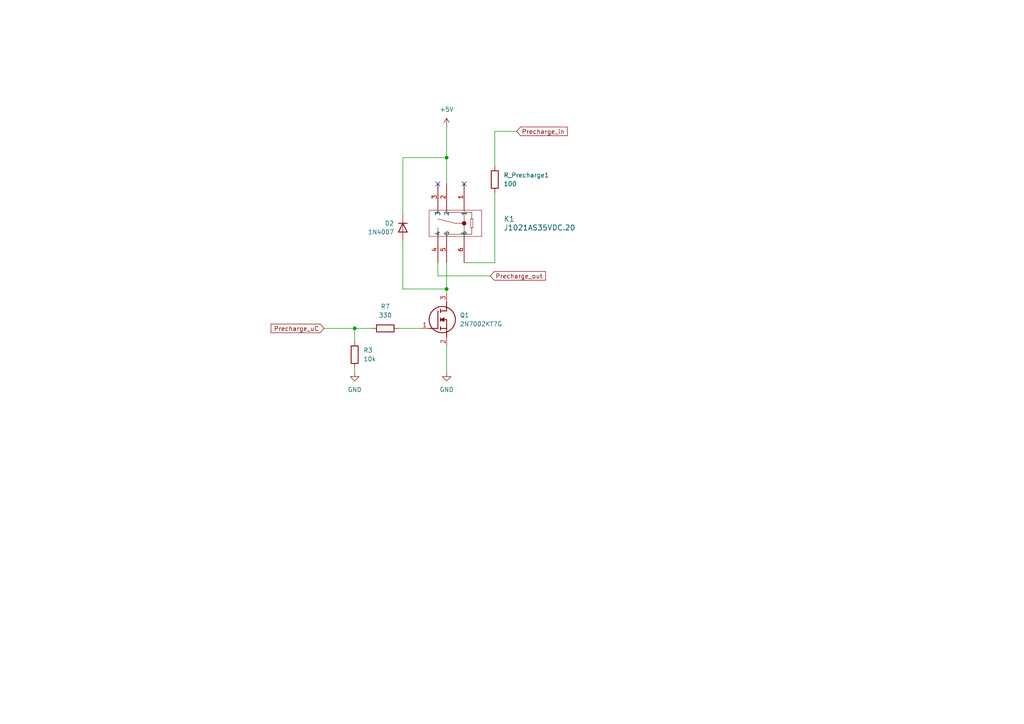
<source format=kicad_sch>
(kicad_sch
	(version 20250114)
	(generator "eeschema")
	(generator_version "9.0")
	(uuid "b4a41fa9-69a9-4324-ad27-92c057598c93")
	(paper "A4")
	(lib_symbols
		(symbol "2N7002KT7G:2N7002KT7G"
			(pin_names
				(hide yes)
			)
			(exclude_from_sim no)
			(in_bom yes)
			(on_board yes)
			(property "Reference" "Q"
				(at 11.43 3.81 0)
				(effects
					(font
						(size 1.27 1.27)
					)
					(justify left top)
				)
			)
			(property "Value" "2N7002KT7G"
				(at 11.43 1.27 0)
				(effects
					(font
						(size 1.27 1.27)
					)
					(justify left top)
				)
			)
			(property "Footprint" "SOT96P237X111-3N"
				(at 11.43 -98.73 0)
				(effects
					(font
						(size 1.27 1.27)
					)
					(justify left top)
					(hide yes)
				)
			)
			(property "Datasheet" "https://www.onsemi.com/pub/Collateral/2N7002K-D.PDF"
				(at 11.43 -198.73 0)
				(effects
					(font
						(size 1.27 1.27)
					)
					(justify left top)
					(hide yes)
				)
			)
			(property "Description" "ESD Protected; Low RDS(on); Surface Mount Package; This is a Pb-Free Device; RoHS Compliant"
				(at 0 0 0)
				(effects
					(font
						(size 1.27 1.27)
					)
					(hide yes)
				)
			)
			(property "Height" "1.11"
				(at 11.43 -398.73 0)
				(effects
					(font
						(size 1.27 1.27)
					)
					(justify left top)
					(hide yes)
				)
			)
			(property "Mouser Part Number" "863-2N7002KT7G"
				(at 11.43 -498.73 0)
				(effects
					(font
						(size 1.27 1.27)
					)
					(justify left top)
					(hide yes)
				)
			)
			(property "Mouser Price/Stock" "https://www.mouser.co.uk/ProductDetail/onsemi/2N7002KT7G?qs=l7cgNqFNU1gweht7gPvu6A%3D%3D"
				(at 11.43 -598.73 0)
				(effects
					(font
						(size 1.27 1.27)
					)
					(justify left top)
					(hide yes)
				)
			)
			(property "Manufacturer_Name" "onsemi"
				(at 11.43 -698.73 0)
				(effects
					(font
						(size 1.27 1.27)
					)
					(justify left top)
					(hide yes)
				)
			)
			(property "Manufacturer_Part_Number" "2N7002KT7G"
				(at 11.43 -798.73 0)
				(effects
					(font
						(size 1.27 1.27)
					)
					(justify left top)
					(hide yes)
				)
			)
			(symbol "2N7002KT7G_1_1"
				(polyline
					(pts
						(xy 2.54 0) (xy 5.08 0)
					)
					(stroke
						(width 0.254)
						(type default)
					)
					(fill
						(type none)
					)
				)
				(polyline
					(pts
						(xy 5.08 5.08) (xy 5.08 0)
					)
					(stroke
						(width 0.254)
						(type default)
					)
					(fill
						(type none)
					)
				)
				(polyline
					(pts
						(xy 5.842 5.588) (xy 5.842 4.572)
					)
					(stroke
						(width 0.254)
						(type default)
					)
					(fill
						(type none)
					)
				)
				(polyline
					(pts
						(xy 5.842 2.54) (xy 6.858 3.048) (xy 6.858 2.032) (xy 5.842 2.54)
					)
					(stroke
						(width 0.254)
						(type default)
					)
					(fill
						(type outline)
					)
				)
				(polyline
					(pts
						(xy 5.842 2.032) (xy 5.842 3.048)
					)
					(stroke
						(width 0.254)
						(type default)
					)
					(fill
						(type none)
					)
				)
				(polyline
					(pts
						(xy 5.842 0) (xy 7.62 0)
					)
					(stroke
						(width 0.254)
						(type default)
					)
					(fill
						(type none)
					)
				)
				(polyline
					(pts
						(xy 5.842 -0.508) (xy 5.842 0.508)
					)
					(stroke
						(width 0.254)
						(type default)
					)
					(fill
						(type none)
					)
				)
				(circle
					(center 6.35 2.54)
					(radius 3.81)
					(stroke
						(width 0.254)
						(type default)
					)
					(fill
						(type none)
					)
				)
				(polyline
					(pts
						(xy 7.62 5.08) (xy 5.842 5.08)
					)
					(stroke
						(width 0.254)
						(type default)
					)
					(fill
						(type none)
					)
				)
				(polyline
					(pts
						(xy 7.62 5.08) (xy 7.62 7.62)
					)
					(stroke
						(width 0.254)
						(type default)
					)
					(fill
						(type none)
					)
				)
				(polyline
					(pts
						(xy 7.62 2.54) (xy 5.842 2.54)
					)
					(stroke
						(width 0.254)
						(type default)
					)
					(fill
						(type none)
					)
				)
				(polyline
					(pts
						(xy 7.62 2.54) (xy 7.62 -2.54)
					)
					(stroke
						(width 0.254)
						(type default)
					)
					(fill
						(type none)
					)
				)
				(pin passive line
					(at 0 0 0)
					(length 2.54)
					(name "G"
						(effects
							(font
								(size 1.27 1.27)
							)
						)
					)
					(number "1"
						(effects
							(font
								(size 1.27 1.27)
							)
						)
					)
				)
				(pin passive line
					(at 7.62 10.16 270)
					(length 2.54)
					(name "D"
						(effects
							(font
								(size 1.27 1.27)
							)
						)
					)
					(number "3"
						(effects
							(font
								(size 1.27 1.27)
							)
						)
					)
				)
				(pin passive line
					(at 7.62 -5.08 90)
					(length 2.54)
					(name "S"
						(effects
							(font
								(size 1.27 1.27)
							)
						)
					)
					(number "2"
						(effects
							(font
								(size 1.27 1.27)
							)
						)
					)
				)
			)
			(embedded_fonts no)
		)
		(symbol "Device:R"
			(pin_numbers
				(hide yes)
			)
			(pin_names
				(offset 0)
			)
			(exclude_from_sim no)
			(in_bom yes)
			(on_board yes)
			(property "Reference" "R"
				(at 2.032 0 90)
				(effects
					(font
						(size 1.27 1.27)
					)
				)
			)
			(property "Value" "R"
				(at 0 0 90)
				(effects
					(font
						(size 1.27 1.27)
					)
				)
			)
			(property "Footprint" ""
				(at -1.778 0 90)
				(effects
					(font
						(size 1.27 1.27)
					)
					(hide yes)
				)
			)
			(property "Datasheet" "~"
				(at 0 0 0)
				(effects
					(font
						(size 1.27 1.27)
					)
					(hide yes)
				)
			)
			(property "Description" "Resistor"
				(at 0 0 0)
				(effects
					(font
						(size 1.27 1.27)
					)
					(hide yes)
				)
			)
			(property "ki_keywords" "R res resistor"
				(at 0 0 0)
				(effects
					(font
						(size 1.27 1.27)
					)
					(hide yes)
				)
			)
			(property "ki_fp_filters" "R_*"
				(at 0 0 0)
				(effects
					(font
						(size 1.27 1.27)
					)
					(hide yes)
				)
			)
			(symbol "R_0_1"
				(rectangle
					(start -1.016 -2.54)
					(end 1.016 2.54)
					(stroke
						(width 0.254)
						(type default)
					)
					(fill
						(type none)
					)
				)
			)
			(symbol "R_1_1"
				(pin passive line
					(at 0 3.81 270)
					(length 1.27)
					(name "~"
						(effects
							(font
								(size 1.27 1.27)
							)
						)
					)
					(number "1"
						(effects
							(font
								(size 1.27 1.27)
							)
						)
					)
				)
				(pin passive line
					(at 0 -3.81 90)
					(length 1.27)
					(name "~"
						(effects
							(font
								(size 1.27 1.27)
							)
						)
					)
					(number "2"
						(effects
							(font
								(size 1.27 1.27)
							)
						)
					)
				)
			)
			(embedded_fonts no)
		)
		(symbol "Diode:1N4007"
			(pin_numbers
				(hide yes)
			)
			(pin_names
				(hide yes)
			)
			(exclude_from_sim no)
			(in_bom yes)
			(on_board yes)
			(property "Reference" "D"
				(at 0 2.54 0)
				(effects
					(font
						(size 1.27 1.27)
					)
				)
			)
			(property "Value" "1N4007"
				(at 0 -2.54 0)
				(effects
					(font
						(size 1.27 1.27)
					)
				)
			)
			(property "Footprint" "Diode_THT:D_DO-41_SOD81_P10.16mm_Horizontal"
				(at 0 -4.445 0)
				(effects
					(font
						(size 1.27 1.27)
					)
					(hide yes)
				)
			)
			(property "Datasheet" "http://www.vishay.com/docs/88503/1n4001.pdf"
				(at 0 0 0)
				(effects
					(font
						(size 1.27 1.27)
					)
					(hide yes)
				)
			)
			(property "Description" "1000V 1A General Purpose Rectifier Diode, DO-41"
				(at 0 0 0)
				(effects
					(font
						(size 1.27 1.27)
					)
					(hide yes)
				)
			)
			(property "Sim.Device" "D"
				(at 0 0 0)
				(effects
					(font
						(size 1.27 1.27)
					)
					(hide yes)
				)
			)
			(property "Sim.Pins" "1=K 2=A"
				(at 0 0 0)
				(effects
					(font
						(size 1.27 1.27)
					)
					(hide yes)
				)
			)
			(property "ki_keywords" "diode"
				(at 0 0 0)
				(effects
					(font
						(size 1.27 1.27)
					)
					(hide yes)
				)
			)
			(property "ki_fp_filters" "D*DO?41*"
				(at 0 0 0)
				(effects
					(font
						(size 1.27 1.27)
					)
					(hide yes)
				)
			)
			(symbol "1N4007_0_1"
				(polyline
					(pts
						(xy -1.27 1.27) (xy -1.27 -1.27)
					)
					(stroke
						(width 0.254)
						(type default)
					)
					(fill
						(type none)
					)
				)
				(polyline
					(pts
						(xy 1.27 1.27) (xy 1.27 -1.27) (xy -1.27 0) (xy 1.27 1.27)
					)
					(stroke
						(width 0.254)
						(type default)
					)
					(fill
						(type none)
					)
				)
				(polyline
					(pts
						(xy 1.27 0) (xy -1.27 0)
					)
					(stroke
						(width 0)
						(type default)
					)
					(fill
						(type none)
					)
				)
			)
			(symbol "1N4007_1_1"
				(pin passive line
					(at -3.81 0 0)
					(length 2.54)
					(name "K"
						(effects
							(font
								(size 1.27 1.27)
							)
						)
					)
					(number "1"
						(effects
							(font
								(size 1.27 1.27)
							)
						)
					)
				)
				(pin passive line
					(at 3.81 0 180)
					(length 2.54)
					(name "A"
						(effects
							(font
								(size 1.27 1.27)
							)
						)
					)
					(number "2"
						(effects
							(font
								(size 1.27 1.27)
							)
						)
					)
				)
			)
			(embedded_fonts no)
		)
		(symbol "J1021AS35VDC.20:J1021AS35VDC.20"
			(pin_names
				(offset 0.254)
			)
			(exclude_from_sim no)
			(in_bom yes)
			(on_board yes)
			(property "Reference" "K1"
				(at 10.1599 6.35 90)
				(effects
					(font
						(size 1.524 1.524)
					)
					(justify left)
				)
			)
			(property "Value" "J1021AS35VDC.20"
				(at 12.6999 6.35 90)
				(effects
					(font
						(size 1.524 1.524)
					)
					(justify left)
				)
			)
			(property "Footprint" "J1021AS35VDC.20:J1021AS_CRS"
				(at 0 0 0)
				(effects
					(font
						(size 1.27 1.27)
						(italic yes)
					)
					(hide yes)
				)
			)
			(property "Datasheet" "J1021AS35VDC.20"
				(at 0 0 0)
				(effects
					(font
						(size 1.27 1.27)
						(italic yes)
					)
					(hide yes)
				)
			)
			(property "Description" ""
				(at 0 0 0)
				(effects
					(font
						(size 1.27 1.27)
					)
					(hide yes)
				)
			)
			(property "ki_locked" ""
				(at 0 0 0)
				(effects
					(font
						(size 1.27 1.27)
					)
				)
			)
			(property "ki_keywords" "J1021AS35VDC.20"
				(at 0 0 0)
				(effects
					(font
						(size 1.27 1.27)
					)
					(hide yes)
				)
			)
			(property "ki_fp_filters" "J1021AS_CRS"
				(at 0 0 0)
				(effects
					(font
						(size 1.27 1.27)
					)
					(hide yes)
				)
			)
			(symbol "J1021AS35VDC.20_0_1"
				(polyline
					(pts
						(xy 7.62 5.08) (xy 7.62 -10.16)
					)
					(stroke
						(width 0.127)
						(type default)
					)
					(fill
						(type none)
					)
				)
				(polyline
					(pts
						(xy 7.62 0) (xy 15.24 0)
					)
					(stroke
						(width 0.127)
						(type default)
					)
					(fill
						(type none)
					)
				)
				(polyline
					(pts
						(xy 7.62 -5.08) (xy 7.9375 -5.08)
					)
					(stroke
						(width 0.127)
						(type default)
					)
					(fill
						(type none)
					)
				)
				(polyline
					(pts
						(xy 7.62 -7.62) (xy 7.9375 -7.62)
					)
					(stroke
						(width 0.127)
						(type default)
					)
					(fill
						(type none)
					)
				)
				(polyline
					(pts
						(xy 7.62 -10.16) (xy 15.24 -10.16)
					)
					(stroke
						(width 0.127)
						(type default)
					)
					(fill
						(type none)
					)
				)
				(arc
					(start 8.255 0.3048)
					(mid 8.5584 0)
					(end 8.255 -0.3048)
					(stroke
						(width 0.127)
						(type default)
					)
					(fill
						(type none)
					)
				)
				(polyline
					(pts
						(xy 8.255 2.2225) (xy 8.255 0.3175)
					)
					(stroke
						(width 0.127)
						(type default)
					)
					(fill
						(type none)
					)
				)
				(polyline
					(pts
						(xy 8.255 2.2225) (xy 10.16 2.2225)
					)
					(stroke
						(width 0.127)
						(type default)
					)
					(fill
						(type none)
					)
				)
				(polyline
					(pts
						(xy 8.255 -0.3175) (xy 8.255 -4.7752)
					)
					(stroke
						(width 0.127)
						(type default)
					)
					(fill
						(type none)
					)
				)
				(circle
					(center 8.255 -5.08)
					(radius 0.3048)
					(stroke
						(width 0.127)
						(type default)
					)
					(fill
						(type none)
					)
				)
				(circle
					(center 8.255 -7.62)
					(radius 0.3048)
					(stroke
						(width 0.127)
						(type default)
					)
					(fill
						(type none)
					)
				)
				(polyline
					(pts
						(xy 10.16 2.54) (xy 10.16 1.905)
					)
					(stroke
						(width 0.127)
						(type default)
					)
					(fill
						(type none)
					)
				)
				(polyline
					(pts
						(xy 10.16 2.54) (xy 12.7 2.54)
					)
					(stroke
						(width 0.127)
						(type default)
					)
					(fill
						(type none)
					)
				)
				(polyline
					(pts
						(xy 11.43 0) (xy 11.43 -2.54)
					)
					(stroke
						(width 0.127)
						(type default)
					)
					(fill
						(type none)
					)
				)
				(circle
					(center 11.43 0)
					(radius 0.127)
					(stroke
						(width 0.508)
						(type default)
					)
					(fill
						(type none)
					)
				)
				(polyline
					(pts
						(xy 11.43 -2.54) (xy 10.16 -7.62)
					)
					(stroke
						(width 0.127)
						(type default)
					)
					(fill
						(type none)
					)
				)
				(polyline
					(pts
						(xy 12.7 2.54) (xy 12.7 1.905)
					)
					(stroke
						(width 0.127)
						(type default)
					)
					(fill
						(type none)
					)
				)
				(polyline
					(pts
						(xy 12.7 2.2225) (xy 14.605 2.2225)
					)
					(stroke
						(width 0.127)
						(type default)
					)
					(fill
						(type none)
					)
				)
				(polyline
					(pts
						(xy 12.7 1.905) (xy 10.16 1.905)
					)
					(stroke
						(width 0.127)
						(type default)
					)
					(fill
						(type none)
					)
				)
				(polyline
					(pts
						(xy 14.2875 -7.62) (xy 12.7 -7.62)
					)
					(stroke
						(width 0.127)
						(type default)
					)
					(fill
						(type none)
					)
				)
				(polyline
					(pts
						(xy 14.605 2.2225) (xy 14.605 0.3175)
					)
					(stroke
						(width 0.127)
						(type default)
					)
					(fill
						(type none)
					)
				)
				(polyline
					(pts
						(xy 14.605 -0.3175) (xy 14.605 -4.7752)
					)
					(stroke
						(width 0.127)
						(type default)
					)
					(fill
						(type none)
					)
				)
				(circle
					(center 14.605 -5.08)
					(radius 0.3048)
					(stroke
						(width 0.127)
						(type default)
					)
					(fill
						(type none)
					)
				)
				(circle
					(center 14.605 -7.62)
					(radius 0.3048)
					(stroke
						(width 0.127)
						(type default)
					)
					(fill
						(type none)
					)
				)
				(arc
					(start 14.605 -0.3048)
					(mid 14.3015 0)
					(end 14.605 0.3048)
					(stroke
						(width 0.127)
						(type default)
					)
					(fill
						(type none)
					)
				)
				(polyline
					(pts
						(xy 14.9225 -7.62) (xy 15.24 -7.62)
					)
					(stroke
						(width 0.127)
						(type default)
					)
					(fill
						(type none)
					)
				)
				(polyline
					(pts
						(xy 15.24 5.08) (xy 7.62 5.08)
					)
					(stroke
						(width 0.127)
						(type default)
					)
					(fill
						(type none)
					)
				)
				(polyline
					(pts
						(xy 15.24 -5.08) (xy 14.9225 -5.08)
					)
					(stroke
						(width 0.127)
						(type default)
					)
					(fill
						(type none)
					)
				)
				(polyline
					(pts
						(xy 15.24 -10.16) (xy 15.24 5.08)
					)
					(stroke
						(width 0.127)
						(type default)
					)
					(fill
						(type none)
					)
				)
				(pin passive line
					(at 0 0 0)
					(length 7.62)
					(name "1"
						(effects
							(font
								(size 1.27 1.27)
							)
						)
					)
					(number "1"
						(effects
							(font
								(size 1.27 1.27)
							)
						)
					)
				)
				(pin passive line
					(at 0 -5.08 0)
					(length 7.62)
					(name "2"
						(effects
							(font
								(size 1.27 1.27)
							)
						)
					)
					(number "2"
						(effects
							(font
								(size 1.27 1.27)
							)
						)
					)
				)
				(pin passive line
					(at 0 -7.62 0)
					(length 7.62)
					(name "3"
						(effects
							(font
								(size 1.27 1.27)
							)
						)
					)
					(number "3"
						(effects
							(font
								(size 1.27 1.27)
							)
						)
					)
				)
				(pin passive line
					(at 22.86 0 180)
					(length 7.62)
					(name "6"
						(effects
							(font
								(size 1.27 1.27)
							)
						)
					)
					(number "6"
						(effects
							(font
								(size 1.27 1.27)
							)
						)
					)
				)
				(pin passive line
					(at 22.86 -5.08 180)
					(length 7.62)
					(name "5"
						(effects
							(font
								(size 1.27 1.27)
							)
						)
					)
					(number "5"
						(effects
							(font
								(size 1.27 1.27)
							)
						)
					)
				)
				(pin passive line
					(at 22.86 -7.62 180)
					(length 7.62)
					(name "4"
						(effects
							(font
								(size 1.27 1.27)
							)
						)
					)
					(number "4"
						(effects
							(font
								(size 1.27 1.27)
							)
						)
					)
				)
			)
			(embedded_fonts no)
		)
		(symbol "power:+5V"
			(power)
			(pin_numbers
				(hide yes)
			)
			(pin_names
				(offset 0)
				(hide yes)
			)
			(exclude_from_sim no)
			(in_bom yes)
			(on_board yes)
			(property "Reference" "#PWR"
				(at 0 -3.81 0)
				(effects
					(font
						(size 1.27 1.27)
					)
					(hide yes)
				)
			)
			(property "Value" "+5V"
				(at 0 3.556 0)
				(effects
					(font
						(size 1.27 1.27)
					)
				)
			)
			(property "Footprint" ""
				(at 0 0 0)
				(effects
					(font
						(size 1.27 1.27)
					)
					(hide yes)
				)
			)
			(property "Datasheet" ""
				(at 0 0 0)
				(effects
					(font
						(size 1.27 1.27)
					)
					(hide yes)
				)
			)
			(property "Description" "Power symbol creates a global label with name \"+5V\""
				(at 0 0 0)
				(effects
					(font
						(size 1.27 1.27)
					)
					(hide yes)
				)
			)
			(property "ki_keywords" "global power"
				(at 0 0 0)
				(effects
					(font
						(size 1.27 1.27)
					)
					(hide yes)
				)
			)
			(symbol "+5V_0_1"
				(polyline
					(pts
						(xy -0.762 1.27) (xy 0 2.54)
					)
					(stroke
						(width 0)
						(type default)
					)
					(fill
						(type none)
					)
				)
				(polyline
					(pts
						(xy 0 2.54) (xy 0.762 1.27)
					)
					(stroke
						(width 0)
						(type default)
					)
					(fill
						(type none)
					)
				)
				(polyline
					(pts
						(xy 0 0) (xy 0 2.54)
					)
					(stroke
						(width 0)
						(type default)
					)
					(fill
						(type none)
					)
				)
			)
			(symbol "+5V_1_1"
				(pin power_in line
					(at 0 0 90)
					(length 0)
					(name "~"
						(effects
							(font
								(size 1.27 1.27)
							)
						)
					)
					(number "1"
						(effects
							(font
								(size 1.27 1.27)
							)
						)
					)
				)
			)
			(embedded_fonts no)
		)
		(symbol "power:GND"
			(power)
			(pin_numbers
				(hide yes)
			)
			(pin_names
				(offset 0)
				(hide yes)
			)
			(exclude_from_sim no)
			(in_bom yes)
			(on_board yes)
			(property "Reference" "#PWR"
				(at 0 -6.35 0)
				(effects
					(font
						(size 1.27 1.27)
					)
					(hide yes)
				)
			)
			(property "Value" "GND"
				(at 0 -3.81 0)
				(effects
					(font
						(size 1.27 1.27)
					)
				)
			)
			(property "Footprint" ""
				(at 0 0 0)
				(effects
					(font
						(size 1.27 1.27)
					)
					(hide yes)
				)
			)
			(property "Datasheet" ""
				(at 0 0 0)
				(effects
					(font
						(size 1.27 1.27)
					)
					(hide yes)
				)
			)
			(property "Description" "Power symbol creates a global label with name \"GND\" , ground"
				(at 0 0 0)
				(effects
					(font
						(size 1.27 1.27)
					)
					(hide yes)
				)
			)
			(property "ki_keywords" "global power"
				(at 0 0 0)
				(effects
					(font
						(size 1.27 1.27)
					)
					(hide yes)
				)
			)
			(symbol "GND_0_1"
				(polyline
					(pts
						(xy 0 0) (xy 0 -1.27) (xy 1.27 -1.27) (xy 0 -2.54) (xy -1.27 -1.27) (xy 0 -1.27)
					)
					(stroke
						(width 0)
						(type default)
					)
					(fill
						(type none)
					)
				)
			)
			(symbol "GND_1_1"
				(pin power_in line
					(at 0 0 270)
					(length 0)
					(name "~"
						(effects
							(font
								(size 1.27 1.27)
							)
						)
					)
					(number "1"
						(effects
							(font
								(size 1.27 1.27)
							)
						)
					)
				)
			)
			(embedded_fonts no)
		)
	)
	(junction
		(at 102.87 95.25)
		(diameter 0)
		(color 0 0 0 0)
		(uuid "10f34fd5-f2b3-4798-9164-1248f94c8cd8")
	)
	(junction
		(at 129.54 83.82)
		(diameter 0)
		(color 0 0 0 0)
		(uuid "1a82af97-e96a-4890-9e5f-84a414323468")
	)
	(junction
		(at 129.54 45.72)
		(diameter 0)
		(color 0 0 0 0)
		(uuid "715572af-2450-451b-b1e3-a5d1a4fa3e79")
	)
	(no_connect
		(at 134.62 53.34)
		(uuid "60d4d1e5-65fb-4e60-b857-d286ca62f13c")
	)
	(no_connect
		(at 127 53.34)
		(uuid "b86b2e43-cf8c-433b-a1e0-0eb6a3dc1b12")
	)
	(wire
		(pts
			(xy 116.84 45.72) (xy 129.54 45.72)
		)
		(stroke
			(width 0)
			(type default)
		)
		(uuid "235438d7-3d31-4167-9737-d718fe004e5b")
	)
	(wire
		(pts
			(xy 116.84 62.23) (xy 116.84 45.72)
		)
		(stroke
			(width 0)
			(type default)
		)
		(uuid "2f5f982b-0be2-4b23-8c4e-4137ecb74741")
	)
	(wire
		(pts
			(xy 115.57 95.25) (xy 121.92 95.25)
		)
		(stroke
			(width 0)
			(type default)
		)
		(uuid "36a700ec-849f-45f2-909a-48802a28103e")
	)
	(wire
		(pts
			(xy 102.87 107.95) (xy 102.87 106.68)
		)
		(stroke
			(width 0)
			(type default)
		)
		(uuid "37f0ae07-ac36-4af9-8e72-d631b8801dd9")
	)
	(wire
		(pts
			(xy 102.87 95.25) (xy 102.87 99.06)
		)
		(stroke
			(width 0)
			(type default)
		)
		(uuid "4b608615-c1d7-4a2d-8745-b4c3f2d671b1")
	)
	(wire
		(pts
			(xy 116.84 69.85) (xy 116.84 83.82)
		)
		(stroke
			(width 0)
			(type default)
		)
		(uuid "5bfe74bc-0b39-4095-a437-fc604a4cddb7")
	)
	(wire
		(pts
			(xy 129.54 100.33) (xy 129.54 107.95)
		)
		(stroke
			(width 0)
			(type default)
		)
		(uuid "77ae5d68-ffe9-42f6-9276-bb5275c7d270")
	)
	(wire
		(pts
			(xy 93.98 95.25) (xy 102.87 95.25)
		)
		(stroke
			(width 0)
			(type default)
		)
		(uuid "786d6e08-285e-4cac-8377-8057a2a705fa")
	)
	(wire
		(pts
			(xy 129.54 76.2) (xy 129.54 83.82)
		)
		(stroke
			(width 0)
			(type default)
		)
		(uuid "85c61a16-bf58-4a11-ae9f-7120b746a99d")
	)
	(wire
		(pts
			(xy 129.54 83.82) (xy 129.54 85.09)
		)
		(stroke
			(width 0)
			(type default)
		)
		(uuid "8b7ed283-638a-4424-8ff4-940eb5b8dda7")
	)
	(wire
		(pts
			(xy 102.87 95.25) (xy 107.95 95.25)
		)
		(stroke
			(width 0)
			(type default)
		)
		(uuid "8d4c619d-209f-4cc9-be48-32018f30d679")
	)
	(wire
		(pts
			(xy 129.54 45.72) (xy 129.54 53.34)
		)
		(stroke
			(width 0)
			(type default)
		)
		(uuid "8e76bd00-ed9d-4bc9-b331-eeeb397d7d8a")
	)
	(wire
		(pts
			(xy 129.54 36.83) (xy 129.54 45.72)
		)
		(stroke
			(width 0)
			(type default)
		)
		(uuid "9a73b264-62e9-49c8-99d7-9bc8ec02c3c5")
	)
	(wire
		(pts
			(xy 134.62 76.2) (xy 143.51 76.2)
		)
		(stroke
			(width 0)
			(type default)
		)
		(uuid "9e1016e4-34eb-4d3d-bebd-6789f9bb2153")
	)
	(wire
		(pts
			(xy 116.84 83.82) (xy 129.54 83.82)
		)
		(stroke
			(width 0)
			(type default)
		)
		(uuid "c3af87b1-40be-4a93-ace0-a8849d58a831")
	)
	(wire
		(pts
			(xy 143.51 76.2) (xy 143.51 55.88)
		)
		(stroke
			(width 0)
			(type default)
		)
		(uuid "c734348d-6051-4174-884c-93cffc12ea8d")
	)
	(wire
		(pts
			(xy 143.51 38.1) (xy 143.51 48.26)
		)
		(stroke
			(width 0)
			(type default)
		)
		(uuid "cec6d52a-1c3e-4de8-8485-d1d2a5447e1d")
	)
	(wire
		(pts
			(xy 149.86 38.1) (xy 143.51 38.1)
		)
		(stroke
			(width 0)
			(type default)
		)
		(uuid "d751da22-5835-4bf0-84db-d0853c56027a")
	)
	(wire
		(pts
			(xy 127 76.2) (xy 127 80.01)
		)
		(stroke
			(width 0)
			(type default)
		)
		(uuid "da4e147e-69e4-4bc2-a550-8e4c0bd44955")
	)
	(wire
		(pts
			(xy 127 80.01) (xy 142.24 80.01)
		)
		(stroke
			(width 0)
			(type default)
		)
		(uuid "f0410c15-b47c-465f-9f7d-49ad30ecaf46")
	)
	(global_label "Precharge_uC"
		(shape input)
		(at 93.98 95.25 180)
		(fields_autoplaced yes)
		(effects
			(font
				(size 1.27 1.27)
			)
			(justify right)
		)
		(uuid "1334430b-80e8-42ef-ada3-b0b6004dbe50")
		(property "Intersheetrefs" "${INTERSHEET_REFS}"
			(at 78.053 95.25 0)
			(effects
				(font
					(size 1.27 1.27)
				)
				(justify right)
				(hide yes)
			)
		)
	)
	(global_label "Precharge_out"
		(shape input)
		(at 142.24 80.01 0)
		(fields_autoplaced yes)
		(effects
			(font
				(size 1.27 1.27)
			)
			(justify left)
		)
		(uuid "559bec3e-fc70-4963-bbae-ab1b25f676bc")
		(property "Intersheetrefs" "${INTERSHEET_REFS}"
			(at 158.7717 80.01 0)
			(effects
				(font
					(size 1.27 1.27)
				)
				(justify left)
				(hide yes)
			)
		)
	)
	(global_label "Precharge_in"
		(shape input)
		(at 149.86 38.1 0)
		(fields_autoplaced yes)
		(effects
			(font
				(size 1.27 1.27)
			)
			(justify left)
		)
		(uuid "c0f74716-2737-453a-86d9-ae9f9b7a60bf")
		(property "Intersheetrefs" "${INTERSHEET_REFS}"
			(at 165.1218 38.1 0)
			(effects
				(font
					(size 1.27 1.27)
				)
				(justify left)
				(hide yes)
			)
		)
	)
	(symbol
		(lib_id "Device:R")
		(at 143.51 52.07 0)
		(unit 1)
		(exclude_from_sim no)
		(in_bom yes)
		(on_board yes)
		(dnp no)
		(fields_autoplaced yes)
		(uuid "0476d14e-c534-400d-8a4d-302447e5aeac")
		(property "Reference" "R_Precharge1"
			(at 146.05 50.7999 0)
			(effects
				(font
					(size 1.27 1.27)
				)
				(justify left)
			)
		)
		(property "Value" "100"
			(at 146.05 53.3399 0)
			(effects
				(font
					(size 1.27 1.27)
				)
				(justify left)
			)
		)
		(property "Footprint" "Resistor_SMD:R_2816_7142Metric_Pad3.20x4.45mm_HandSolder"
			(at 141.732 52.07 90)
			(effects
				(font
					(size 1.27 1.27)
				)
				(hide yes)
			)
		)
		(property "Datasheet" "~"
			(at 143.51 52.07 0)
			(effects
				(font
					(size 1.27 1.27)
				)
				(hide yes)
			)
		)
		(property "Description" "Resistor"
			(at 143.51 52.07 0)
			(effects
				(font
					(size 1.27 1.27)
				)
				(hide yes)
			)
		)
		(pin "2"
			(uuid "2a557d1a-05ce-4379-9992-2a9ecf22c471")
		)
		(pin "1"
			(uuid "8b858941-10af-49ca-8ab6-34348df3e217")
		)
		(instances
			(project "BMS_PCB"
				(path "/f3f5bf67-59a2-4fff-a256-b414fb7b1786/87fe232f-8506-496f-8634-33aef9628ad6"
					(reference "R_Precharge1")
					(unit 1)
				)
			)
		)
	)
	(symbol
		(lib_id "Device:R")
		(at 111.76 95.25 270)
		(unit 1)
		(exclude_from_sim no)
		(in_bom yes)
		(on_board yes)
		(dnp no)
		(fields_autoplaced yes)
		(uuid "0a542316-8bc2-4546-9a41-c0ba471874e0")
		(property "Reference" "R7"
			(at 111.76 88.9 90)
			(effects
				(font
					(size 1.27 1.27)
				)
			)
		)
		(property "Value" "330"
			(at 111.76 91.44 90)
			(effects
				(font
					(size 1.27 1.27)
				)
			)
		)
		(property "Footprint" "Resistor_SMD:R_0603_1608Metric_Pad0.98x0.95mm_HandSolder"
			(at 111.76 93.472 90)
			(effects
				(font
					(size 1.27 1.27)
				)
				(hide yes)
			)
		)
		(property "Datasheet" "~"
			(at 111.76 95.25 0)
			(effects
				(font
					(size 1.27 1.27)
				)
				(hide yes)
			)
		)
		(property "Description" "Resistor"
			(at 111.76 95.25 0)
			(effects
				(font
					(size 1.27 1.27)
				)
				(hide yes)
			)
		)
		(pin "1"
			(uuid "d1013d50-2e73-471c-815f-340b457d400b")
		)
		(pin "2"
			(uuid "d81ed3f4-3428-4c52-be1e-649a94815dfc")
		)
		(instances
			(project "BMS_PCB"
				(path "/f3f5bf67-59a2-4fff-a256-b414fb7b1786/87fe232f-8506-496f-8634-33aef9628ad6"
					(reference "R7")
					(unit 1)
				)
			)
		)
	)
	(symbol
		(lib_id "power:GND")
		(at 102.87 107.95 0)
		(unit 1)
		(exclude_from_sim no)
		(in_bom yes)
		(on_board yes)
		(dnp no)
		(fields_autoplaced yes)
		(uuid "441d756f-f2cc-4c27-b3b7-86bd3154de87")
		(property "Reference" "#PWR09"
			(at 102.87 114.3 0)
			(effects
				(font
					(size 1.27 1.27)
				)
				(hide yes)
			)
		)
		(property "Value" "GND"
			(at 102.87 113.03 0)
			(effects
				(font
					(size 1.27 1.27)
				)
			)
		)
		(property "Footprint" ""
			(at 102.87 107.95 0)
			(effects
				(font
					(size 1.27 1.27)
				)
				(hide yes)
			)
		)
		(property "Datasheet" ""
			(at 102.87 107.95 0)
			(effects
				(font
					(size 1.27 1.27)
				)
				(hide yes)
			)
		)
		(property "Description" "Power symbol creates a global label with name \"GND\" , ground"
			(at 102.87 107.95 0)
			(effects
				(font
					(size 1.27 1.27)
				)
				(hide yes)
			)
		)
		(pin "1"
			(uuid "6c2c940e-4457-44e1-b0eb-db9933bbda80")
		)
		(instances
			(project "BMS_PCB"
				(path "/f3f5bf67-59a2-4fff-a256-b414fb7b1786/87fe232f-8506-496f-8634-33aef9628ad6"
					(reference "#PWR09")
					(unit 1)
				)
			)
		)
	)
	(symbol
		(lib_id "power:GND")
		(at 129.54 107.95 0)
		(unit 1)
		(exclude_from_sim no)
		(in_bom yes)
		(on_board yes)
		(dnp no)
		(fields_autoplaced yes)
		(uuid "9291a1d5-4c10-4535-b5b6-1f8a4e73885d")
		(property "Reference" "#PWR016"
			(at 129.54 114.3 0)
			(effects
				(font
					(size 1.27 1.27)
				)
				(hide yes)
			)
		)
		(property "Value" "GND"
			(at 129.54 113.03 0)
			(effects
				(font
					(size 1.27 1.27)
				)
			)
		)
		(property "Footprint" ""
			(at 129.54 107.95 0)
			(effects
				(font
					(size 1.27 1.27)
				)
				(hide yes)
			)
		)
		(property "Datasheet" ""
			(at 129.54 107.95 0)
			(effects
				(font
					(size 1.27 1.27)
				)
				(hide yes)
			)
		)
		(property "Description" "Power symbol creates a global label with name \"GND\" , ground"
			(at 129.54 107.95 0)
			(effects
				(font
					(size 1.27 1.27)
				)
				(hide yes)
			)
		)
		(pin "1"
			(uuid "09c7ea7d-ba0b-499c-a8f2-27828023e236")
		)
		(instances
			(project "BMS_PCB"
				(path "/f3f5bf67-59a2-4fff-a256-b414fb7b1786/87fe232f-8506-496f-8634-33aef9628ad6"
					(reference "#PWR016")
					(unit 1)
				)
			)
		)
	)
	(symbol
		(lib_id "power:+5V")
		(at 129.54 36.83 0)
		(unit 1)
		(exclude_from_sim no)
		(in_bom yes)
		(on_board yes)
		(dnp no)
		(fields_autoplaced yes)
		(uuid "95ac3766-2284-4465-a3fc-128fc2aa346e")
		(property "Reference" "#PWR014"
			(at 129.54 40.64 0)
			(effects
				(font
					(size 1.27 1.27)
				)
				(hide yes)
			)
		)
		(property "Value" "+5V"
			(at 129.54 31.75 0)
			(effects
				(font
					(size 1.27 1.27)
				)
			)
		)
		(property "Footprint" ""
			(at 129.54 36.83 0)
			(effects
				(font
					(size 1.27 1.27)
				)
				(hide yes)
			)
		)
		(property "Datasheet" ""
			(at 129.54 36.83 0)
			(effects
				(font
					(size 1.27 1.27)
				)
				(hide yes)
			)
		)
		(property "Description" "Power symbol creates a global label with name \"+5V\""
			(at 129.54 36.83 0)
			(effects
				(font
					(size 1.27 1.27)
				)
				(hide yes)
			)
		)
		(pin "1"
			(uuid "2afea9b3-00c9-4e9f-b12c-2ba2e3024d85")
		)
		(instances
			(project "BMS_PCB"
				(path "/f3f5bf67-59a2-4fff-a256-b414fb7b1786/87fe232f-8506-496f-8634-33aef9628ad6"
					(reference "#PWR014")
					(unit 1)
				)
			)
		)
	)
	(symbol
		(lib_id "J1021AS35VDC.20:J1021AS35VDC.20")
		(at 134.62 53.34 270)
		(unit 1)
		(exclude_from_sim no)
		(in_bom yes)
		(on_board yes)
		(dnp no)
		(uuid "a9adc406-f4f2-4d99-a41e-5d6d39183f88")
		(property "Reference" "K1"
			(at 146.05 63.5 90)
			(effects
				(font
					(size 1.524 1.524)
				)
				(justify left)
			)
		)
		(property "Value" "J1021AS35VDC.20"
			(at 146.05 66.04 90)
			(effects
				(font
					(size 1.524 1.524)
				)
				(justify left)
			)
		)
		(property "Footprint" "J1021AS35VDC.20:J1021AS_CRS"
			(at 134.62 53.34 0)
			(effects
				(font
					(size 1.27 1.27)
					(italic yes)
				)
				(hide yes)
			)
		)
		(property "Datasheet" "J1021AS35VDC.20"
			(at 134.62 53.34 0)
			(effects
				(font
					(size 1.27 1.27)
					(italic yes)
				)
				(hide yes)
			)
		)
		(property "Description" ""
			(at 134.62 53.34 0)
			(effects
				(font
					(size 1.27 1.27)
				)
				(hide yes)
			)
		)
		(pin "5"
			(uuid "b95135e6-927e-4324-bfe2-7b49b6232ec3")
		)
		(pin "2"
			(uuid "3c3f5e41-e787-408b-9277-4b4f1c11e359")
		)
		(pin "1"
			(uuid "55aca56b-3099-41ae-a247-9448db288183")
		)
		(pin "3"
			(uuid "99d1a013-e78d-4d25-a675-62b9990cabcc")
		)
		(pin "6"
			(uuid "11b36408-ee79-4761-b3df-017a474eaf00")
		)
		(pin "4"
			(uuid "45869a4c-7da3-4a45-b22f-57701a084b0c")
		)
		(instances
			(project ""
				(path "/f3f5bf67-59a2-4fff-a256-b414fb7b1786/87fe232f-8506-496f-8634-33aef9628ad6"
					(reference "K1")
					(unit 1)
				)
			)
		)
	)
	(symbol
		(lib_id "2N7002KT7G:2N7002KT7G")
		(at 121.92 95.25 0)
		(unit 1)
		(exclude_from_sim no)
		(in_bom yes)
		(on_board yes)
		(dnp no)
		(fields_autoplaced yes)
		(uuid "b29ff58d-5df3-484e-bffe-af3b3132f643")
		(property "Reference" "Q1"
			(at 133.35 91.4399 0)
			(effects
				(font
					(size 1.27 1.27)
				)
				(justify left)
			)
		)
		(property "Value" "2N7002KT7G"
			(at 133.35 93.9799 0)
			(effects
				(font
					(size 1.27 1.27)
				)
				(justify left)
			)
		)
		(property "Footprint" "Package_TO_SOT_SMD:SOT-23-3"
			(at 133.35 193.98 0)
			(effects
				(font
					(size 1.27 1.27)
				)
				(justify left top)
				(hide yes)
			)
		)
		(property "Datasheet" "https://www.onsemi.com/pub/Collateral/2N7002K-D.PDF"
			(at 133.35 293.98 0)
			(effects
				(font
					(size 1.27 1.27)
				)
				(justify left top)
				(hide yes)
			)
		)
		(property "Description" "ESD Protected; Low RDS(on); Surface Mount Package; This is a Pb-Free Device; RoHS Compliant"
			(at 121.92 95.25 0)
			(effects
				(font
					(size 1.27 1.27)
				)
				(hide yes)
			)
		)
		(property "Height" "1.11"
			(at 133.35 493.98 0)
			(effects
				(font
					(size 1.27 1.27)
				)
				(justify left top)
				(hide yes)
			)
		)
		(property "Mouser Part Number" "863-2N7002KT7G"
			(at 133.35 593.98 0)
			(effects
				(font
					(size 1.27 1.27)
				)
				(justify left top)
				(hide yes)
			)
		)
		(property "Mouser Price/Stock" "https://www.mouser.co.uk/ProductDetail/onsemi/2N7002KT7G?qs=l7cgNqFNU1gweht7gPvu6A%3D%3D"
			(at 133.35 693.98 0)
			(effects
				(font
					(size 1.27 1.27)
				)
				(justify left top)
				(hide yes)
			)
		)
		(property "Manufacturer_Name" "onsemi"
			(at 133.35 793.98 0)
			(effects
				(font
					(size 1.27 1.27)
				)
				(justify left top)
				(hide yes)
			)
		)
		(property "Manufacturer_Part_Number" "2N7002KT7G"
			(at 133.35 893.98 0)
			(effects
				(font
					(size 1.27 1.27)
				)
				(justify left top)
				(hide yes)
			)
		)
		(pin "1"
			(uuid "3faaa1d1-e37e-42ba-9af6-d21783d894c8")
		)
		(pin "3"
			(uuid "0c693033-deea-411c-87a6-cda087536b6f")
		)
		(pin "2"
			(uuid "80481bc7-7d81-4dbe-89f2-a71afaae3818")
		)
		(instances
			(project "BMS_PCB"
				(path "/f3f5bf67-59a2-4fff-a256-b414fb7b1786/87fe232f-8506-496f-8634-33aef9628ad6"
					(reference "Q1")
					(unit 1)
				)
			)
		)
	)
	(symbol
		(lib_id "Diode:1N4007")
		(at 116.84 66.04 90)
		(mirror x)
		(unit 1)
		(exclude_from_sim no)
		(in_bom yes)
		(on_board yes)
		(dnp no)
		(uuid "be08ffa9-87e6-4732-ab7d-7d0e018636d6")
		(property "Reference" "D2"
			(at 114.3 64.7699 90)
			(effects
				(font
					(size 1.27 1.27)
				)
				(justify left)
			)
		)
		(property "Value" "1N4007"
			(at 114.3 67.3099 90)
			(effects
				(font
					(size 1.27 1.27)
				)
				(justify left)
			)
		)
		(property "Footprint" "Diode_SMD:D_SMA"
			(at 121.285 66.04 0)
			(effects
				(font
					(size 1.27 1.27)
				)
				(hide yes)
			)
		)
		(property "Datasheet" "http://www.vishay.com/docs/88503/1n4001.pdf"
			(at 116.84 66.04 0)
			(effects
				(font
					(size 1.27 1.27)
				)
				(hide yes)
			)
		)
		(property "Description" "1000V 1A General Purpose Rectifier Diode, DO-41"
			(at 116.84 66.04 0)
			(effects
				(font
					(size 1.27 1.27)
				)
				(hide yes)
			)
		)
		(property "Sim.Device" "D"
			(at 116.84 66.04 0)
			(effects
				(font
					(size 1.27 1.27)
				)
				(hide yes)
			)
		)
		(property "Sim.Pins" "1=K 2=A"
			(at 116.84 66.04 0)
			(effects
				(font
					(size 1.27 1.27)
				)
				(hide yes)
			)
		)
		(pin "1"
			(uuid "b35551b9-ece2-45a1-8d57-30bc4c3a9582")
		)
		(pin "2"
			(uuid "6834af8f-8a28-4e74-93cc-2c296516d6f7")
		)
		(instances
			(project "BMS_PCB"
				(path "/f3f5bf67-59a2-4fff-a256-b414fb7b1786/87fe232f-8506-496f-8634-33aef9628ad6"
					(reference "D2")
					(unit 1)
				)
			)
		)
	)
	(symbol
		(lib_id "Device:R")
		(at 102.87 102.87 180)
		(unit 1)
		(exclude_from_sim no)
		(in_bom yes)
		(on_board yes)
		(dnp no)
		(fields_autoplaced yes)
		(uuid "d970691a-8f01-4087-a480-2c9d5a560e53")
		(property "Reference" "R3"
			(at 105.41 101.5999 0)
			(effects
				(font
					(size 1.27 1.27)
				)
				(justify right)
			)
		)
		(property "Value" "10k"
			(at 105.41 104.1399 0)
			(effects
				(font
					(size 1.27 1.27)
				)
				(justify right)
			)
		)
		(property "Footprint" "Resistor_SMD:R_0603_1608Metric_Pad0.98x0.95mm_HandSolder"
			(at 104.648 102.87 90)
			(effects
				(font
					(size 1.27 1.27)
				)
				(hide yes)
			)
		)
		(property "Datasheet" "~"
			(at 102.87 102.87 0)
			(effects
				(font
					(size 1.27 1.27)
				)
				(hide yes)
			)
		)
		(property "Description" "Resistor"
			(at 102.87 102.87 0)
			(effects
				(font
					(size 1.27 1.27)
				)
				(hide yes)
			)
		)
		(pin "1"
			(uuid "d342a345-ed37-4534-be7c-98e2ed47f09d")
		)
		(pin "2"
			(uuid "f8725a36-00d0-42a6-b7e7-10a911f831ce")
		)
		(instances
			(project "BMS_PCB"
				(path "/f3f5bf67-59a2-4fff-a256-b414fb7b1786/87fe232f-8506-496f-8634-33aef9628ad6"
					(reference "R3")
					(unit 1)
				)
			)
		)
	)
)

</source>
